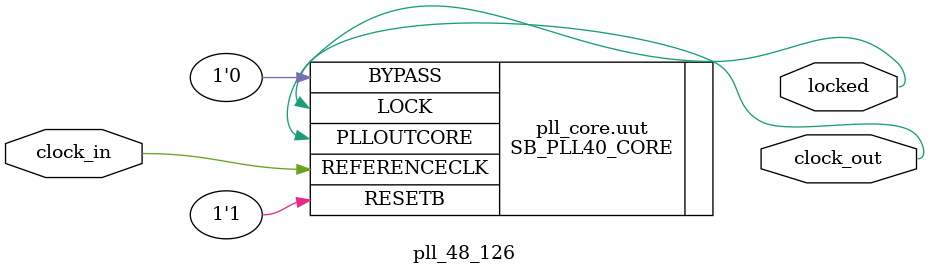
<source format=v>

module pll_48_126 #(
    parameter ICE40_PAD = 0
) (
	input  clock_in,
	output clock_out,
	output locked
);

/**
 * PLL configuration
 *
 * This Verilog module was generated automatically
 * using the icepll tool from the IceStorm project.
 * Use at your own risk.
 *
 * Given input frequency:        48.000 MHz
 * Requested output frequency:  126.000 MHz
 * Achieved output frequency:   126.000 MHz
 */

generate
if (ICE40_PAD) begin: pll_pad

SB_PLL40_PAD #(
      .FEEDBACK_PATH("SIMPLE"),
      .DIVR(4'b0000),      // DIVR =  0
      .DIVF(7'b0010100),   // DIVF = 20
      .DIVQ(3'b011),    // DIVQ =  3
      .FILTER_RANGE(3'b100)   // FILTER_RANGE = 4
   ) uut (
      .LOCK(locked),
      .RESETB(1'b1),
      .BYPASS(1'b0),
      .PACKAGEPIN(clock_in),
      .PLLOUTCORE(clock_out)
      );

end else begin: pll_core

SB_PLL40_CORE #(
      .FEEDBACK_PATH("SIMPLE"),
      .DIVR(4'b0000),      // DIVR =  0
      .DIVF(7'b0010100),   // DIVF = 20
      .DIVQ(3'b011),    // DIVQ =  3
      .FILTER_RANGE(3'b100)   // FILTER_RANGE = 4
   ) uut (
      .LOCK(locked),
      .RESETB(1'b1),
      .BYPASS(1'b0),
      .REFERENCECLK(clock_in),
      .PLLOUTCORE(clock_out)
      );

end
endgenerate

endmodule

</source>
